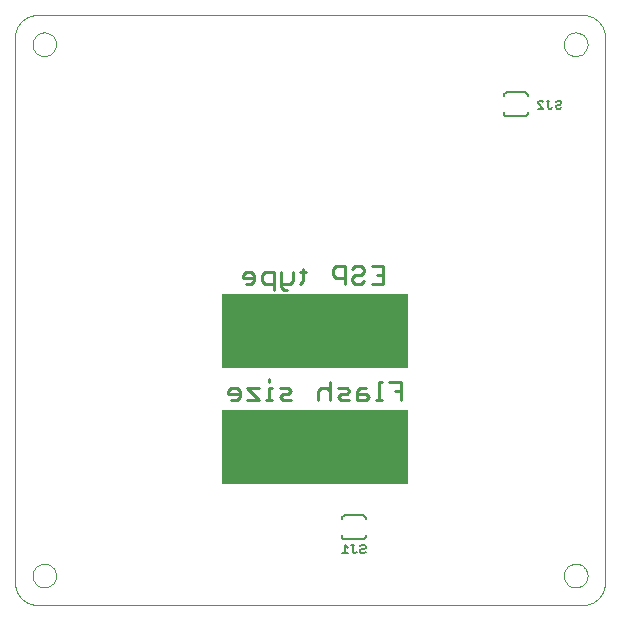
<source format=gbo>
G75*
%MOIN*%
%OFA0B0*%
%FSLAX24Y24*%
%IPPOS*%
%LPD*%
%AMOC8*
5,1,8,0,0,1.08239X$1,22.5*
%
%ADD10C,0.0000*%
%ADD11C,0.0050*%
%ADD12R,0.6200X0.2450*%
%ADD13C,0.0110*%
%ADD14C,0.0080*%
D10*
X000947Y000205D02*
X019058Y000205D01*
X019112Y000207D01*
X019165Y000212D01*
X019218Y000221D01*
X019270Y000234D01*
X019322Y000250D01*
X019372Y000270D01*
X019420Y000293D01*
X019467Y000320D01*
X019512Y000349D01*
X019555Y000382D01*
X019595Y000417D01*
X019633Y000455D01*
X019668Y000495D01*
X019701Y000538D01*
X019730Y000583D01*
X019757Y000630D01*
X019780Y000678D01*
X019800Y000728D01*
X019816Y000780D01*
X019829Y000832D01*
X019838Y000885D01*
X019843Y000938D01*
X019845Y000992D01*
X019845Y019103D01*
X019843Y019157D01*
X019838Y019210D01*
X019829Y019263D01*
X019816Y019315D01*
X019800Y019367D01*
X019780Y019417D01*
X019757Y019465D01*
X019730Y019512D01*
X019701Y019557D01*
X019668Y019600D01*
X019633Y019640D01*
X019595Y019678D01*
X019555Y019713D01*
X019512Y019746D01*
X019467Y019775D01*
X019420Y019802D01*
X019372Y019825D01*
X019322Y019845D01*
X019270Y019861D01*
X019218Y019874D01*
X019165Y019883D01*
X019112Y019888D01*
X019058Y019890D01*
X000947Y019890D01*
X000893Y019888D01*
X000840Y019883D01*
X000787Y019874D01*
X000735Y019861D01*
X000683Y019845D01*
X000633Y019825D01*
X000585Y019802D01*
X000538Y019775D01*
X000493Y019746D01*
X000450Y019713D01*
X000410Y019678D01*
X000372Y019640D01*
X000337Y019600D01*
X000304Y019557D01*
X000275Y019512D01*
X000248Y019465D01*
X000225Y019417D01*
X000205Y019367D01*
X000189Y019315D01*
X000176Y019263D01*
X000167Y019210D01*
X000162Y019157D01*
X000160Y019103D01*
X000160Y000992D01*
X000162Y000938D01*
X000167Y000885D01*
X000176Y000832D01*
X000189Y000780D01*
X000205Y000728D01*
X000225Y000678D01*
X000248Y000630D01*
X000275Y000583D01*
X000304Y000538D01*
X000337Y000495D01*
X000372Y000455D01*
X000410Y000417D01*
X000450Y000382D01*
X000493Y000349D01*
X000538Y000320D01*
X000585Y000293D01*
X000633Y000270D01*
X000683Y000250D01*
X000735Y000234D01*
X000787Y000221D01*
X000840Y000212D01*
X000893Y000207D01*
X000947Y000205D01*
X000753Y001192D02*
X000755Y001231D01*
X000761Y001270D01*
X000771Y001308D01*
X000784Y001345D01*
X000801Y001380D01*
X000821Y001414D01*
X000845Y001445D01*
X000872Y001474D01*
X000901Y001500D01*
X000933Y001523D01*
X000967Y001543D01*
X001003Y001559D01*
X001040Y001571D01*
X001079Y001580D01*
X001118Y001585D01*
X001157Y001586D01*
X001196Y001583D01*
X001235Y001576D01*
X001272Y001565D01*
X001309Y001551D01*
X001344Y001533D01*
X001377Y001512D01*
X001408Y001487D01*
X001436Y001460D01*
X001461Y001430D01*
X001483Y001397D01*
X001502Y001363D01*
X001517Y001327D01*
X001529Y001289D01*
X001537Y001251D01*
X001541Y001212D01*
X001541Y001172D01*
X001537Y001133D01*
X001529Y001095D01*
X001517Y001057D01*
X001502Y001021D01*
X001483Y000987D01*
X001461Y000954D01*
X001436Y000924D01*
X001408Y000897D01*
X001377Y000872D01*
X001344Y000851D01*
X001309Y000833D01*
X001272Y000819D01*
X001235Y000808D01*
X001196Y000801D01*
X001157Y000798D01*
X001118Y000799D01*
X001079Y000804D01*
X001040Y000813D01*
X001003Y000825D01*
X000967Y000841D01*
X000933Y000861D01*
X000901Y000884D01*
X000872Y000910D01*
X000845Y000939D01*
X000821Y000970D01*
X000801Y001004D01*
X000784Y001039D01*
X000771Y001076D01*
X000761Y001114D01*
X000755Y001153D01*
X000753Y001192D01*
X000753Y018903D02*
X000755Y018942D01*
X000761Y018981D01*
X000771Y019019D01*
X000784Y019056D01*
X000801Y019091D01*
X000821Y019125D01*
X000845Y019156D01*
X000872Y019185D01*
X000901Y019211D01*
X000933Y019234D01*
X000967Y019254D01*
X001003Y019270D01*
X001040Y019282D01*
X001079Y019291D01*
X001118Y019296D01*
X001157Y019297D01*
X001196Y019294D01*
X001235Y019287D01*
X001272Y019276D01*
X001309Y019262D01*
X001344Y019244D01*
X001377Y019223D01*
X001408Y019198D01*
X001436Y019171D01*
X001461Y019141D01*
X001483Y019108D01*
X001502Y019074D01*
X001517Y019038D01*
X001529Y019000D01*
X001537Y018962D01*
X001541Y018923D01*
X001541Y018883D01*
X001537Y018844D01*
X001529Y018806D01*
X001517Y018768D01*
X001502Y018732D01*
X001483Y018698D01*
X001461Y018665D01*
X001436Y018635D01*
X001408Y018608D01*
X001377Y018583D01*
X001344Y018562D01*
X001309Y018544D01*
X001272Y018530D01*
X001235Y018519D01*
X001196Y018512D01*
X001157Y018509D01*
X001118Y018510D01*
X001079Y018515D01*
X001040Y018524D01*
X001003Y018536D01*
X000967Y018552D01*
X000933Y018572D01*
X000901Y018595D01*
X000872Y018621D01*
X000845Y018650D01*
X000821Y018681D01*
X000801Y018715D01*
X000784Y018750D01*
X000771Y018787D01*
X000761Y018825D01*
X000755Y018864D01*
X000753Y018903D01*
X018464Y018903D02*
X018466Y018942D01*
X018472Y018981D01*
X018482Y019019D01*
X018495Y019056D01*
X018512Y019091D01*
X018532Y019125D01*
X018556Y019156D01*
X018583Y019185D01*
X018612Y019211D01*
X018644Y019234D01*
X018678Y019254D01*
X018714Y019270D01*
X018751Y019282D01*
X018790Y019291D01*
X018829Y019296D01*
X018868Y019297D01*
X018907Y019294D01*
X018946Y019287D01*
X018983Y019276D01*
X019020Y019262D01*
X019055Y019244D01*
X019088Y019223D01*
X019119Y019198D01*
X019147Y019171D01*
X019172Y019141D01*
X019194Y019108D01*
X019213Y019074D01*
X019228Y019038D01*
X019240Y019000D01*
X019248Y018962D01*
X019252Y018923D01*
X019252Y018883D01*
X019248Y018844D01*
X019240Y018806D01*
X019228Y018768D01*
X019213Y018732D01*
X019194Y018698D01*
X019172Y018665D01*
X019147Y018635D01*
X019119Y018608D01*
X019088Y018583D01*
X019055Y018562D01*
X019020Y018544D01*
X018983Y018530D01*
X018946Y018519D01*
X018907Y018512D01*
X018868Y018509D01*
X018829Y018510D01*
X018790Y018515D01*
X018751Y018524D01*
X018714Y018536D01*
X018678Y018552D01*
X018644Y018572D01*
X018612Y018595D01*
X018583Y018621D01*
X018556Y018650D01*
X018532Y018681D01*
X018512Y018715D01*
X018495Y018750D01*
X018482Y018787D01*
X018472Y018825D01*
X018466Y018864D01*
X018464Y018903D01*
X018464Y001192D02*
X018466Y001231D01*
X018472Y001270D01*
X018482Y001308D01*
X018495Y001345D01*
X018512Y001380D01*
X018532Y001414D01*
X018556Y001445D01*
X018583Y001474D01*
X018612Y001500D01*
X018644Y001523D01*
X018678Y001543D01*
X018714Y001559D01*
X018751Y001571D01*
X018790Y001580D01*
X018829Y001585D01*
X018868Y001586D01*
X018907Y001583D01*
X018946Y001576D01*
X018983Y001565D01*
X019020Y001551D01*
X019055Y001533D01*
X019088Y001512D01*
X019119Y001487D01*
X019147Y001460D01*
X019172Y001430D01*
X019194Y001397D01*
X019213Y001363D01*
X019228Y001327D01*
X019240Y001289D01*
X019248Y001251D01*
X019252Y001212D01*
X019252Y001172D01*
X019248Y001133D01*
X019240Y001095D01*
X019228Y001057D01*
X019213Y001021D01*
X019194Y000987D01*
X019172Y000954D01*
X019147Y000924D01*
X019119Y000897D01*
X019088Y000872D01*
X019055Y000851D01*
X019020Y000833D01*
X018983Y000819D01*
X018946Y000808D01*
X018907Y000801D01*
X018868Y000798D01*
X018829Y000799D01*
X018790Y000804D01*
X018751Y000813D01*
X018714Y000825D01*
X018678Y000841D01*
X018644Y000861D01*
X018612Y000884D01*
X018583Y000910D01*
X018556Y000939D01*
X018532Y000970D01*
X018512Y001004D01*
X018495Y001039D01*
X018482Y001076D01*
X018472Y001114D01*
X018466Y001153D01*
X018464Y001192D01*
D11*
X011851Y001992D02*
X011806Y001947D01*
X011716Y001947D01*
X011671Y001992D01*
X011671Y002037D01*
X011716Y002082D01*
X011806Y002082D01*
X011851Y002127D01*
X011851Y002173D01*
X011806Y002218D01*
X011716Y002218D01*
X011671Y002173D01*
X011466Y002218D02*
X011376Y002218D01*
X011421Y002218D02*
X011421Y001992D01*
X011466Y001947D01*
X011511Y001947D01*
X011556Y001992D01*
X011261Y001947D02*
X011081Y001947D01*
X011171Y001947D02*
X011171Y002218D01*
X011261Y002127D01*
X017597Y016750D02*
X017777Y016750D01*
X017597Y016931D01*
X017597Y016976D01*
X017642Y017021D01*
X017732Y017021D01*
X017777Y016976D01*
X017892Y017021D02*
X017982Y017021D01*
X017937Y017021D02*
X017937Y016796D01*
X017982Y016750D01*
X018027Y016750D01*
X018072Y016796D01*
X018186Y016796D02*
X018231Y016750D01*
X018321Y016750D01*
X018366Y016796D01*
X018321Y016886D02*
X018231Y016886D01*
X018186Y016841D01*
X018186Y016796D01*
X018321Y016886D02*
X018366Y016931D01*
X018366Y016976D01*
X018321Y017021D01*
X018231Y017021D01*
X018186Y016976D01*
D12*
X010160Y009340D03*
X010160Y005469D03*
D13*
X010278Y007051D02*
X010278Y007346D01*
X010377Y007445D01*
X010574Y007445D01*
X010672Y007346D01*
X010923Y007445D02*
X011218Y007445D01*
X011317Y007346D01*
X011218Y007248D01*
X011021Y007248D01*
X010923Y007149D01*
X011021Y007051D01*
X011317Y007051D01*
X011567Y007051D02*
X011567Y007346D01*
X011666Y007445D01*
X011863Y007445D01*
X011863Y007248D02*
X011567Y007248D01*
X011567Y007051D02*
X011863Y007051D01*
X011961Y007149D01*
X011863Y007248D01*
X012194Y007051D02*
X012391Y007051D01*
X012292Y007051D02*
X012292Y007641D01*
X012391Y007641D01*
X012642Y007641D02*
X013035Y007641D01*
X013035Y007051D01*
X013035Y007346D02*
X012838Y007346D01*
X010672Y007641D02*
X010672Y007051D01*
X009383Y007051D02*
X009088Y007051D01*
X008989Y007149D01*
X009088Y007248D01*
X009284Y007248D01*
X009383Y007346D01*
X009284Y007445D01*
X008989Y007445D01*
X008738Y007445D02*
X008640Y007445D01*
X008640Y007051D01*
X008738Y007051D02*
X008541Y007051D01*
X008309Y007051D02*
X007915Y007051D01*
X007664Y007149D02*
X007664Y007346D01*
X007566Y007445D01*
X007369Y007445D01*
X007270Y007346D01*
X007270Y007248D01*
X007664Y007248D01*
X007664Y007149D02*
X007566Y007051D01*
X007369Y007051D01*
X007915Y007445D02*
X008309Y007051D01*
X008309Y007445D02*
X007915Y007445D01*
X008640Y007641D02*
X008640Y007740D01*
X008792Y010714D02*
X008792Y011305D01*
X008497Y011305D01*
X008398Y011206D01*
X008398Y011010D01*
X008497Y010911D01*
X008792Y010911D01*
X009043Y010911D02*
X009338Y010911D01*
X009436Y011010D01*
X009436Y011305D01*
X009669Y011305D02*
X009866Y011305D01*
X009768Y011403D02*
X009768Y011010D01*
X009669Y010911D01*
X009240Y010714D02*
X009141Y010714D01*
X009043Y010813D01*
X009043Y011305D01*
X008147Y011206D02*
X008147Y011010D01*
X008049Y010911D01*
X007852Y010911D01*
X007754Y011108D02*
X008147Y011108D01*
X008147Y011206D02*
X008049Y011305D01*
X007852Y011305D01*
X007754Y011206D01*
X007754Y011108D01*
X010762Y011206D02*
X010860Y011108D01*
X011155Y011108D01*
X011155Y010911D02*
X011155Y011502D01*
X010860Y011502D01*
X010762Y011403D01*
X010762Y011206D01*
X011406Y011108D02*
X011406Y011010D01*
X011505Y010911D01*
X011701Y010911D01*
X011800Y011010D01*
X011701Y011206D02*
X011505Y011206D01*
X011406Y011108D01*
X011406Y011403D02*
X011505Y011502D01*
X011701Y011502D01*
X011800Y011403D01*
X011800Y011305D01*
X011701Y011206D01*
X012051Y010911D02*
X012444Y010911D01*
X012444Y011502D01*
X012051Y011502D01*
X012248Y011206D02*
X012444Y011206D01*
D14*
X016545Y016511D02*
X017175Y016511D01*
X017175Y016512D02*
X017191Y016517D01*
X017207Y016525D01*
X017221Y016535D01*
X017233Y016547D01*
X017243Y016562D01*
X017250Y016578D01*
X017254Y016595D01*
X017255Y016612D01*
X017253Y016630D01*
X017253Y017180D02*
X017255Y017198D01*
X017254Y017215D01*
X017250Y017232D01*
X017243Y017248D01*
X017233Y017263D01*
X017221Y017275D01*
X017207Y017285D01*
X017191Y017293D01*
X017175Y017298D01*
X017175Y017299D02*
X016545Y017299D01*
X016545Y017298D02*
X016529Y017293D01*
X016513Y017285D01*
X016499Y017275D01*
X016487Y017263D01*
X016477Y017248D01*
X016470Y017232D01*
X016466Y017215D01*
X016465Y017198D01*
X016467Y017180D01*
X016467Y016630D02*
X016465Y016612D01*
X016466Y016595D01*
X016470Y016578D01*
X016477Y016562D01*
X016487Y016547D01*
X016499Y016535D01*
X016513Y016525D01*
X016529Y016517D01*
X016545Y016512D01*
X011775Y003199D02*
X011145Y003199D01*
X011145Y003198D02*
X011129Y003193D01*
X011113Y003185D01*
X011099Y003175D01*
X011087Y003163D01*
X011077Y003148D01*
X011070Y003132D01*
X011066Y003115D01*
X011065Y003098D01*
X011067Y003080D01*
X011067Y002530D02*
X011065Y002512D01*
X011066Y002495D01*
X011070Y002478D01*
X011077Y002462D01*
X011087Y002447D01*
X011099Y002435D01*
X011113Y002425D01*
X011129Y002417D01*
X011145Y002412D01*
X011145Y002411D02*
X011775Y002411D01*
X011775Y002412D02*
X011791Y002417D01*
X011807Y002425D01*
X011821Y002435D01*
X011833Y002447D01*
X011843Y002462D01*
X011850Y002478D01*
X011854Y002495D01*
X011855Y002512D01*
X011853Y002530D01*
X011853Y003080D02*
X011855Y003098D01*
X011854Y003115D01*
X011850Y003132D01*
X011843Y003148D01*
X011833Y003163D01*
X011821Y003175D01*
X011807Y003185D01*
X011791Y003193D01*
X011775Y003198D01*
M02*

</source>
